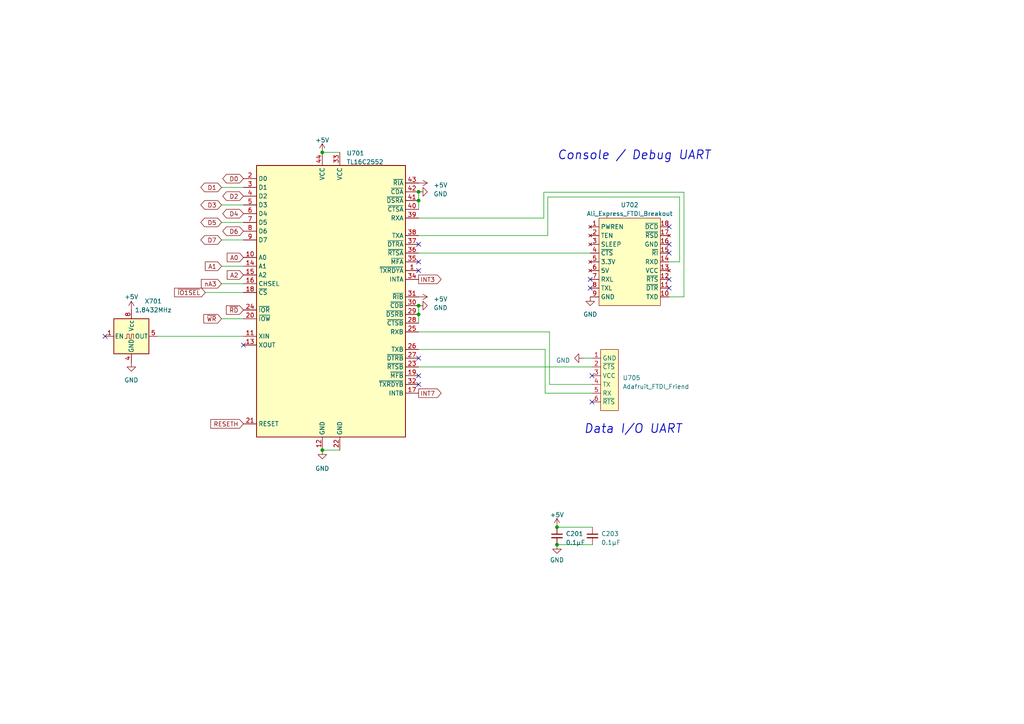
<source format=kicad_sch>
(kicad_sch (version 20230121) (generator eeschema)
  (paper "A4")
  (title_block (title "6809 Playground system board") (date "2023-06-20") (company "Copyright (c) 2022-2023 Jason R. Thorpe. See LICENSE."))
  (lib_symbols
    (symbol "Device:C_Small" (pin_numbers hide) (pin_names (offset 0.254) hide)
      (property "Reference" "C" (at 0.254 1.778 0))
      (property "Value" "C_Small" (at 0.254 -2.032 0))
      (symbol "C_Small_0_1"
        (polyline (pts (xy -1.524 -0.508) (xy 1.524 -0.508)) (stroke (width 0.3302)))
        (polyline (pts (xy -1.524 0.508) (xy 1.524 0.508)) (stroke (width 0.3048)))
      )
      (symbol "C_Small_1_1"
        (pin passive line (at 0 2.54 270) (length 2.032) (name "~") (number "1"))
        (pin passive line (at 0 -2.54 90) (length 2.032) (name "~") (number "2"))
      )
    )
    (symbol "Oscillator:CXO_DIP8" (pin_names (offset 0.254))
      (property "Reference" "X" (at -5.08 6.35 0))
      (property "Value" "CXO_DIP8" (at 1.27 -6.35 0))
      (symbol "CXO_DIP8_0_1"
        (rectangle (start -5.08 5.08) (end 5.08 -5.08) (stroke (width 0.254)) (fill (type background)))
        (polyline (pts (xy -1.905 -0.635) (xy -1.27 -0.635) (xy -1.27 0.635) (xy -0.635 0.635) (xy -0.635 -0.635) (xy 0 -0.635) (xy 0 0.635) (xy 0.635 0.635) (xy 0.635 -0.635)))
      )
      (symbol "CXO_DIP8_1_1"
        (pin input line (at -7.62 0 0) (length 2.54) (name "EN") (number "1"))
        (pin power_in line (at 0 -7.62 90) (length 2.54) (name "GND") (number "4"))
        (pin output line (at 7.62 0 180) (length 2.54) (name "OUT") (number "5"))
        (pin power_in line (at 0 7.62 270) (length 2.54) (name "Vcc") (number "8"))
      )
    )
    (symbol "jrt-ICs:Adafruit_FTDI_Friend"
      (property "Reference" "U" (at 0 15.24 0))
      (property "Value" "Adafruit_FTDI_Friend" (at 0 -7.62 0))
      (symbol "Adafruit_FTDI_Friend_1_1"
        (rectangle (start -2.54 11.43) (end 2.54 -6.35) (fill (type background)))
        (pin power_in line (at -5.08 8.89 0) (length 2.54) (name "GND") (number "1"))
        (pin input line (at -5.08 6.35 0) (length 2.54) (name "~{CTS}") (number "2"))
        (pin power_out line (at -5.08 3.81 0) (length 2.54) (name "VCC") (number "3"))
        (pin output line (at -5.08 1.27 0) (length 2.54) (name "TX") (number "4"))
        (pin input line (at -5.08 -1.27 0) (length 2.54) (name "RX") (number "5"))
        (pin output line (at -5.08 -3.81 0) (length 2.54) (name "~{RTS}") (number "6"))
      )
    )
    (symbol "jrt-ICs:Ali_Express_FTDI_Breakout"
      (property "Reference" "U" (at 0 15.24 0))
      (property "Value" "Ali_Express_FTDI_Breakout" (at 0 -13.97 0))
      (symbol "Ali_Express_FTDI_Breakout_1_1"
        (rectangle (start -8.89 12.7) (end 8.89 -12.7) (fill (type background)))
        (pin no_connect line (at -11.43 10.16 0) (length 2.54) (name "PWREN") (number "1"))
        (pin output line (at 11.43 -10.16 180) (length 2.54) (name "TXD") (number "10"))
        (pin output line (at 11.43 -7.62 180) (length 2.54) (name "~{DTR}") (number "11"))
        (pin output line (at 11.43 -5.08 180) (length 2.54) (name "~{RTS}") (number "12"))
        (pin no_connect line (at 11.43 -2.54 180) (length 2.54) (name "VCC") (number "13"))
        (pin input line (at 11.43 0 180) (length 2.54) (name "RXD") (number "14"))
        (pin input line (at 11.43 2.54 180) (length 2.54) (name "~{RI}") (number "15"))
        (pin power_in line (at 11.43 5.08 180) (length 2.54) (name "GND") (number "16"))
        (pin no_connect line (at 11.43 7.62 180) (length 2.54) (name "~{RSD}") (number "17"))
        (pin input line (at 11.43 10.16 180) (length 2.54) (name "~{DCD}") (number "18"))
        (pin no_connect line (at -11.43 7.62 0) (length 2.54) (name "TEN") (number "2"))
        (pin no_connect line (at -11.43 5.08 0) (length 2.54) (name "SLEEP") (number "3"))
        (pin input line (at -11.43 2.54 0) (length 2.54) (name "~{CTS}") (number "4"))
        (pin no_connect line (at -11.43 0 0) (length 2.54) (name "3.3V") (number "5"))
        (pin no_connect line (at -11.43 -2.54 0) (length 2.54) (name "5V") (number "6"))
        (pin output line (at -11.43 -5.08 0) (length 2.54) (name "RXL") (number "7"))
        (pin output line (at -11.43 -7.62 0) (length 2.54) (name "TXL") (number "8"))
        (pin power_in line (at -11.43 -10.16 0) (length 2.54) (name "GND") (number "9"))
      )
    )
    (symbol "jrt-ICs:TL16C2552"
      (property "Reference" "U" (at 8.89 50.8 0))
      (property "Value" "TL16C2552" (at 8.89 48.26 0))
      (symbol "TL16C2552_0_1"
        (rectangle (start -21.59 39.37) (end 21.59 -39.37) (stroke (width 0.254)) (fill (type background)))
      )
      (symbol "TL16C2552_1_1"
        (pin output line (at 25.4 8.89 180) (length 3.81) (name "~{TXRDYA}") (number "1"))
        (pin input line (at -25.4 12.7 0) (length 3.81) (name "A0") (number "10"))
        (pin input line (at -25.4 -10.16 0) (length 3.81) (name "XIN") (number "11"))
        (pin power_in line (at -2.54 -43.18 90) (length 3.81) (name "GND") (number "12"))
        (pin output line (at -25.4 -12.7 0) (length 3.81) (name "XOUT") (number "13"))
        (pin input line (at -25.4 10.16 0) (length 3.81) (name "A1") (number "14"))
        (pin input line (at -25.4 7.62 0) (length 3.81) (name "A2") (number "15"))
        (pin input line (at -25.4 5.08 0) (length 3.81) (name "CHSEL") (number "16"))
        (pin output line (at 25.4 -26.67 180) (length 3.81) (name "INTB") (number "17"))
        (pin input line (at -25.4 2.54 0) (length 3.81) (name "~{CS}") (number "18"))
        (pin output line (at 25.4 -21.59 180) (length 3.81) (name "~{MFB}") (number "19"))
        (pin bidirectional line (at -25.4 35.56 0) (length 3.81) (name "D0") (number "2"))
        (pin input line (at -25.4 -5.08 0) (length 3.81) (name "~{IOW}") (number "20"))
        (pin input line (at -25.4 -35.56 0) (length 3.81) (name "RESET") (number "21"))
        (pin power_in line (at 2.54 -43.18 90) (length 3.81) (name "GND") (number "22"))
        (pin output line (at 25.4 -19.05 180) (length 3.81) (name "~{RTSB}") (number "23"))
        (pin input line (at -25.4 -2.54 0) (length 3.81) (name "~{IOR}") (number "24"))
        (pin input line (at 25.4 -8.89 180) (length 3.81) (name "RXB") (number "25"))
        (pin output line (at 25.4 -13.97 180) (length 3.81) (name "TXB") (number "26"))
        (pin output line (at 25.4 -16.51 180) (length 3.81) (name "~{DTRB}") (number "27"))
        (pin input line (at 25.4 -6.35 180) (length 3.81) (name "~{CTSB}") (number "28"))
        (pin input line (at 25.4 -3.81 180) (length 3.81) (name "~{DSRB}") (number "29"))
        (pin bidirectional line (at -25.4 33.02 0) (length 3.81) (name "D1") (number "3"))
        (pin input line (at 25.4 -1.27 180) (length 3.81) (name "~{CDB}") (number "30"))
        (pin input line (at 25.4 1.27 180) (length 3.81) (name "~{RIB}") (number "31"))
        (pin output line (at 25.4 -24.13 180) (length 3.81) (name "~{TXRDYB}") (number "32"))
        (pin power_in line (at 2.54 43.18 270) (length 3.81) (name "VCC") (number "33"))
        (pin output line (at 25.4 6.35 180) (length 3.81) (name "INTA") (number "34"))
        (pin output line (at 25.4 11.43 180) (length 3.81) (name "~{MFA}") (number "35"))
        (pin output line (at 25.4 13.97 180) (length 3.81) (name "~{RTSA}") (number "36"))
        (pin output line (at 25.4 16.51 180) (length 3.81) (name "~{DTRA}") (number "37"))
        (pin output line (at 25.4 19.05 180) (length 3.81) (name "TXA") (number "38"))
        (pin input line (at 25.4 24.13 180) (length 3.81) (name "RXA") (number "39"))
        (pin bidirectional line (at -25.4 30.48 0) (length 3.81) (name "D2") (number "4"))
        (pin input line (at 25.4 26.67 180) (length 3.81) (name "~{CTSA}") (number "40"))
        (pin input line (at 25.4 29.21 180) (length 3.81) (name "~{DSRA}") (number "41"))
        (pin input line (at 25.4 31.75 180) (length 3.81) (name "~{CDA}") (number "42"))
        (pin input line (at 25.4 34.29 180) (length 3.81) (name "~{RIA}") (number "43"))
        (pin power_in line (at -2.54 43.18 270) (length 3.81) (name "VCC") (number "44"))
        (pin bidirectional line (at -25.4 27.94 0) (length 3.81) (name "D3") (number "5"))
        (pin bidirectional line (at -25.4 25.4 0) (length 3.81) (name "D4") (number "6"))
        (pin bidirectional line (at -25.4 22.86 0) (length 3.81) (name "D5") (number "7"))
        (pin bidirectional line (at -25.4 20.32 0) (length 3.81) (name "D6") (number "8"))
        (pin bidirectional line (at -25.4 17.78 0) (length 3.81) (name "D7") (number "9"))
      )
    )
    (symbol "power:+5V" (power) (pin_names (offset 0))
      (property "Value" "+5V" (at 0 3.556 0))
      (symbol "+5V_0_1"
        (polyline (pts (xy -0.762 1.27) (xy 0 2.54)))
        (polyline (pts (xy 0 0) (xy 0 2.54)))
        (polyline (pts (xy 0 2.54) (xy 0.762 1.27)))
      )
      (symbol "+5V_1_1"
        (pin power_in line (at 0 0 90) (length 0) hide (name "+5V") (number "1"))
      )
    )
    (symbol "power:GND" (power) (pin_names (offset 0))
      (property "Value" "GND" (at 0 -3.81 0))
      (symbol "GND_0_1"
        (polyline (pts (xy 0 0) (xy 0 -1.27) (xy 1.27 -1.27) (xy 0 -2.54) (xy -1.27 -1.27) (xy 0 -1.27)))
      )
      (symbol "GND_1_1"
        (pin power_in line (at 0 0 270) (length 0) hide (name "GND") (number "1"))
      )
    )
  )
  (junction (at 93.472 130.556))
  (junction (at 121.412 55.626))
  (junction (at 121.412 91.186))
  (junction (at 161.544 157.988))
  (junction (at 121.412 58.166))
  (junction (at 93.472 44.196))
  (junction (at 121.412 88.646))
  (junction (at 161.544 152.908))
  (no_connect (at 194.056 73.406))
  (no_connect (at 30.48 97.536))
  (no_connect (at 121.412 70.866))
  (no_connect (at 70.612 100.076))
  (no_connect (at 194.056 65.786))
  (no_connect (at 171.704 116.586))
  (no_connect (at 194.056 83.566))
  (no_connect (at 194.056 81.026))
  (no_connect (at 171.704 108.966))
  (no_connect (at 121.412 108.966))
  (no_connect (at 171.196 81.026))
  (no_connect (at 121.412 75.946))
  (no_connect (at 194.056 70.866))
  (no_connect (at 121.412 78.486))
  (no_connect (at 171.196 83.566))
  (no_connect (at 121.412 103.886))
  (no_connect (at 121.412 111.506))
  (wire (pts (xy 198.374 86.106) (xy 194.056 86.106)))
  (wire (pts (xy 197.104 75.946) (xy 194.056 75.946)))
  (wire (pts (xy 121.412 68.326) (xy 158.877 68.326)))
  (wire (pts (xy 59.563 84.836) (xy 70.612 84.836)))
  (wire (pts (xy 198.374 55.753) (xy 198.374 86.106)))
  (wire (pts (xy 64.262 82.296) (xy 70.612 82.296)))
  (wire (pts (xy 121.412 96.266) (xy 159.385 96.266)))
  (wire (pts (xy 161.544 152.908) (xy 171.831 152.908)))
  (wire (pts (xy 121.412 88.646) (xy 121.412 91.186)))
  (wire (pts (xy 93.472 130.556) (xy 98.552 130.556)))
  (wire (pts (xy 64.262 77.216) (xy 70.612 77.216)))
  (wire (pts (xy 64.262 69.596) (xy 70.612 69.596)))
  (wire (pts (xy 159.385 111.506) (xy 171.704 111.506)))
  (wire (pts (xy 121.412 63.246) (xy 157.734 63.246)))
  (wire (pts (xy 121.412 101.346) (xy 158.115 101.346)))
  (wire (pts (xy 157.734 63.246) (xy 157.734 55.753)))
  (wire (pts (xy 157.734 55.753) (xy 198.374 55.753)))
  (wire (pts (xy 158.115 114.046) (xy 171.704 114.046)))
  (wire (pts (xy 45.72 97.536) (xy 70.612 97.536)))
  (wire (pts (xy 158.115 101.346) (xy 158.115 114.046)))
  (wire (pts (xy 158.877 68.326) (xy 158.877 57.15)))
  (wire (pts (xy 121.412 91.186) (xy 121.412 93.726)))
  (wire (pts (xy 64.262 54.356) (xy 70.612 54.356)))
  (wire (pts (xy 161.544 157.988) (xy 171.831 157.988)))
  (wire (pts (xy 158.877 57.15) (xy 197.104 57.15)))
  (wire (pts (xy 64.262 92.456) (xy 70.612 92.456)))
  (wire (pts (xy 121.412 55.626) (xy 121.412 58.166)))
  (wire (pts (xy 64.262 64.516) (xy 70.612 64.516)))
  (wire (pts (xy 197.104 57.15) (xy 197.104 75.946)))
  (wire (pts (xy 159.385 96.266) (xy 159.385 111.506)))
  (wire (pts (xy 93.472 44.196) (xy 98.552 44.196)))
  (wire (pts (xy 171.704 103.886) (xy 169.164 103.886)))
  (wire (pts (xy 121.412 58.166) (xy 121.412 60.706)))
  (wire (pts (xy 64.262 59.436) (xy 70.612 59.436)))
  (wire (pts (xy 121.412 106.426) (xy 171.704 106.426)))
  (wire (pts (xy 121.412 73.406) (xy 171.196 73.406)))
  (text "Data I/O UART" (at 169.291 125.984 0) (effects (font (size 2.54 2.54) (thickness 0.254) bold italic) (justify left bottom)))
  (text "Console / Debug UART" (at 161.544 46.609 0) (effects (font (size 2.54 2.54) (thickness 0.254) bold italic) (justify left bottom)))
  (global_label "D0" (shape bidirectional) (at 70.612 51.816 180) (property "Intersheetrefs" "${INTERSHEET_REFS}" (effects hide)))
  (global_label "A0" (shape input) (at 70.612 74.676 180) (property "Intersheetrefs" "${INTERSHEET_REFS}" (effects hide)))
  (global_label "RESETH" (shape input) (at 70.612 122.936 180) (property "Intersheetrefs" "${INTERSHEET_REFS}" (effects hide)))
  (global_label "nA3" (shape input) (at 64.262 82.296 180) (property "Intersheetrefs" "${INTERSHEET_REFS}" (effects hide)))
  (global_label "D7" (shape bidirectional) (at 64.262 69.596 180) (property "Intersheetrefs" "${INTERSHEET_REFS}" (effects hide)))
  (global_label "D6" (shape bidirectional) (at 70.612 67.056 180) (property "Intersheetrefs" "${INTERSHEET_REFS}" (effects hide)))
  (global_label "A1" (shape input) (at 64.262 77.216 180) (property "Intersheetrefs" "${INTERSHEET_REFS}" (effects hide)))
  (global_label "D2" (shape bidirectional) (at 70.612 56.896 180) (property "Intersheetrefs" "${INTERSHEET_REFS}" (effects hide)))
  (global_label "INT3" (shape output) (at 121.412 81.026 0) (property "Intersheetrefs" "${INTERSHEET_REFS}" (effects hide)))
  (global_label "~{RD}" (shape input) (at 70.612 89.916 180) (property "Intersheetrefs" "${INTERSHEET_REFS}" (effects hide)))
  (global_label "D5" (shape bidirectional) (at 64.262 64.516 180) (property "Intersheetrefs" "${INTERSHEET_REFS}" (effects hide)))
  (global_label "~{IO1SEL}" (shape input) (at 59.563 84.836 180) (property "Intersheetrefs" "${INTERSHEET_REFS}" (effects hide)))
  (global_label "~{WR}" (shape input) (at 64.262 92.456 180) (property "Intersheetrefs" "${INTERSHEET_REFS}" (effects hide)))
  (global_label "D3" (shape bidirectional) (at 64.262 59.436 180) (property "Intersheetrefs" "${INTERSHEET_REFS}" (effects hide)))
  (global_label "D4" (shape bidirectional) (at 70.612 61.976 180) (property "Intersheetrefs" "${INTERSHEET_REFS}" (effects hide)))
  (global_label "A2" (shape input) (at 70.612 79.756 180) (property "Intersheetrefs" "${INTERSHEET_REFS}" (effects hide)))
  (global_label "INT7" (shape output) (at 121.412 114.046 0) (property "Intersheetrefs" "${INTERSHEET_REFS}" (effects hide)))
  (global_label "D1" (shape bidirectional) (at 64.262 54.356 180) (property "Intersheetrefs" "${INTERSHEET_REFS}" (effects hide)))
  (symbol (lib_id "Device:C_Small") (at 171.831 155.448 0) (unit 1)
    (property "Reference" "C203" (at 174.371 154.8193 0) (effects (justify left)))
    (property "Value" "0.1µF" (at 174.371 157.3593 0) (effects (justify left)))
    (property "Footprint" "Capacitor_THT:C_Disc_D3.8mm_W2.6mm_P2.50mm" (effects hide))
    (instances (project "pg09-system" (path "" (reference "C203") (unit 1)) (path "" (reference "C304") (unit 1)) (path "" (reference "C104") (unit 1)) (path "" (reference "C703") (unit 1))))
  )
  (symbol (lib_id "jrt-ICs:Ali_Express_FTDI_Breakout") (at 182.626 75.946 0) (unit 1)
    (property "Reference" "U702" (at 182.626 59.436 0))
    (property "Value" "Ali_Express_FTDI_Breakout" (at 182.626 61.976 0))
    (property "Footprint" "jrt-Connectors:Ali_Express_FTDI_Breakout" (effects hide))
  )
  (symbol (lib_id "power:GND") (at 121.412 88.646 90) (unit 1)
    (property "Reference" "#PWR0721" (effects hide))
    (property "Value" "GND" (at 125.73 89.281 90) (effects (justify right)))
  )
  (symbol (lib_id "power:+5V") (at 121.412 53.086 270) (unit 1)
    (property "Reference" "#PWR0708" (effects hide))
    (property "Value" "+5V" (at 125.73 53.721 90) (effects (justify left)))
  )
  (symbol (lib_id "power:GND") (at 171.196 86.106 0) (unit 1)
    (property "Reference" "#PWR0710" (effects hide))
    (property "Value" "GND" (at 171.196 91.186 0))
  )
  (symbol (lib_id "power:+5V") (at 121.412 86.106 270) (unit 1)
    (property "Reference" "#PWR0719" (effects hide))
    (property "Value" "+5V" (at 125.73 86.741 90) (effects (justify left)))
  )
  (symbol (lib_id "power:GND") (at 169.164 103.886 270) (unit 1)
    (property "Reference" "#PWR0711" (effects hide))
    (property "Value" "GND" (at 165.354 104.521 90) (effects (justify right)))
  )
  (symbol (lib_id "power:GND") (at 161.544 157.988 0) (unit 1)
    (property "Reference" "#PWR0216" (effects hide))
    (property "Value" "GND" (at 161.544 162.4314 0))
    (instances (project "pg09-system" (path "" (reference "#PWR0216") (unit 1)) (path "" (reference "#PWR0310") (unit 1)) (path "" (reference "#PWR0114") (unit 1)) (path "" (reference "#PWR04") (unit 1))))
  )
  (symbol (lib_id "power:+5V") (at 161.544 152.908 0) (unit 1)
    (property "Reference" "#PWR0214" (effects hide))
    (property "Value" "+5V" (at 161.544 149.3322 0))
    (instances (project "pg09-system" (path "" (reference "#PWR0214") (unit 1)) (path "" (reference "#PWR0309") (unit 1)) (path "" (reference "#PWR0103") (unit 1)) (path "" (reference "#PWR03") (unit 1))))
  )
  (symbol (lib_id "Device:C_Small") (at 161.544 155.448 0) (unit 1)
    (property "Reference" "C201" (at 164.084 154.8193 0) (effects (justify left)))
    (property "Value" "0.1µF" (at 164.084 157.3593 0) (effects (justify left)))
    (property "Footprint" "Capacitor_THT:C_Disc_D3.8mm_W2.6mm_P2.50mm" (effects hide))
    (instances (project "pg09-system" (path "" (reference "C201") (unit 1)) (path "" (reference "C301") (unit 1)) (path "" (reference "C101") (unit 1)) (path "" (reference "C701") (unit 1))))
  )
  (symbol (lib_id "power:GND") (at 93.472 130.556 0) (unit 1)
    (property "Reference" "#PWR0702" (effects hide))
    (property "Value" "GND" (at 93.472 135.89 0))
  )
  (symbol (lib_id "power:GND") (at 38.1 105.156 0) (unit 1)
    (property "Reference" "#PWR0705" (effects hide))
    (property "Value" "GND" (at 38.1 110.236 0))
  )
  (symbol (lib_id "power:GND") (at 121.412 55.626 90) (unit 1)
    (property "Reference" "#PWR0709" (effects hide))
    (property "Value" "GND" (at 125.73 56.261 90) (effects (justify right)))
  )
  (symbol (lib_id "jrt-ICs:TL16C2552") (at 96.012 87.376 0) (unit 1)
    (property "Reference" "U701" (at 100.5079 44.45 0) (effects (justify left)))
    (property "Value" "TL16C2552" (at 100.5079 46.99 0) (effects (justify left)))
    (property "Footprint" "Package_LCC:PLCC-44_THT-Socket" (effects hide))
    (property "Datasheet" "https://www.ti.com/lit/ds/symlink/tl16c2552.pdf" (effects hide))
  )
  (symbol (lib_id "jrt-ICs:Adafruit_FTDI_Friend") (at 176.784 112.776 0) (unit 1)
    (property "Reference" "U705" (at 180.594 109.601 0) (effects (justify left)))
    (property "Value" "Adafruit_FTDI_Friend" (at 180.594 112.141 0) (effects (justify left)))
    (property "Footprint" "Connector_PinHeader_2.54mm:PinHeader_1x06_P2.54mm_Horizontal" (effects hide))
    (property "Datasheet" "https://www.adafruit.com/product/284" (effects hide))
  )
  (symbol (lib_id "power:+5V") (at 93.472 44.196 0) (unit 1)
    (property "Reference" "#PWR0701" (effects hide))
    (property "Value" "+5V" (at 93.472 40.64 0))
  )
  (symbol (lib_id "Oscillator:CXO_DIP8") (at 38.1 97.536 0) (unit 1)
    (property "Reference" "X701" (at 44.45 87.376 0))
    (property "Value" "1.8432MHz" (at 44.45 89.916 0))
    (property "Footprint" "Oscillator:Oscillator_DIP-8" (effects hide))
    (property "Datasheet" "http://cdn-reichelt.de/documents/datenblatt/B400/OSZI.pdf" (effects hide))
  )
  (symbol (lib_id "power:+5V") (at 38.1 89.916 0) (unit 1)
    (property "Reference" "#PWR0706" (effects hide))
    (property "Value" "+5V" (at 38.1 86.106 0))
  )
)
</source>
